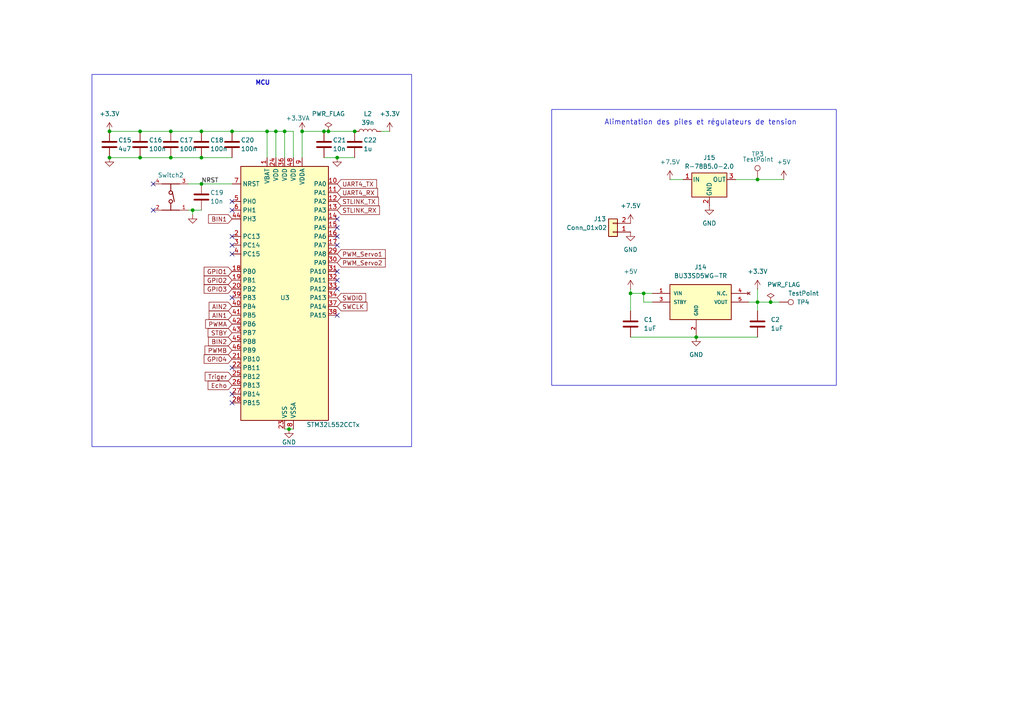
<source format=kicad_sch>
(kicad_sch (version 20231120) (generator "eeschema") (generator_version "8.0")
  (paper "A4")
  (lib_symbols
    (symbol "BU33SD5WG-TR:BU33SD5WG-TR" (pin_names (offset 1.016))
      (property "Reference" "PS1" (at 13.97 7.62 0))
      (property "Value" "BU33SD5WG-TR" (at 13.97 5.08 0))
      (symbol "BU33SD5WG-TR_0_0"
        (rectangle (start 5.08 -7.62) (end 22.86 2.54) (stroke (width 0.254)) (fill (type background)))
        (pin bidirectional line (at 0 0 0) (length 5.08) (name "VIN") (number "1"))
        (pin bidirectional line (at 12.7 -12.7 90) (length 5.08) (name "GND") (number "2"))
        (pin bidirectional line (at 0 -2.54 0) (length 5.08) (name "STBY") (number "3"))
        (pin no_connect line (at 27.94 0 180) (length 5.08) (name "N.C.") (number "4"))
        (pin bidirectional line (at 27.94 -2.54 180) (length 5.08) (name "VOUT") (number "5"))
      )
    )
    (symbol "Connector:TestPoint" (pin_numbers hide) (pin_names (offset 0.762) hide)
      (property "Reference" "TP" (at 0 6.858 0))
      (property "Value" "TestPoint" (at 0 5.08 0))
      (symbol "TestPoint_0_1"
        (circle (center 0 3.302) (radius 0.762))
      )
      (symbol "TestPoint_1_1"
        (pin passive line (at 0 0 90) (length 2.54) (name "1") (number "1"))
      )
    )
    (symbol "Connector_Generic:Conn_01x02" (pin_names (offset 1.016) hide)
      (property "Reference" "J" (at 0 2.54 0))
      (property "Value" "Conn_01x02" (at 0 -5.08 0))
      (symbol "Conn_01x02_1_1"
        (rectangle (start -1.27 -2.413) (end 0 -2.667) (stroke (width 0.1524)))
        (rectangle (start -1.27 0.127) (end 0 -0.127) (stroke (width 0.1524)))
        (rectangle (start -1.27 1.27) (end 1.27 -3.81) (stroke (width 0.254)) (fill (type background)))
        (pin passive line (at -5.08 0 0) (length 3.81) (name "Pin_1") (number "1"))
        (pin passive line (at -5.08 -2.54 0) (length 3.81) (name "Pin_2") (number "2"))
      )
    )
    (symbol "Device:C" (pin_numbers hide) (pin_names (offset 0.254))
      (property "Reference" "C" (at 0.635 2.54 0))
      (property "Value" "C" (at 0.635 -2.54 0))
      (symbol "C_0_1"
        (polyline (pts (xy -2.032 -0.762) (xy 2.032 -0.762)) (stroke (width 0.508)))
        (polyline (pts (xy -2.032 0.762) (xy 2.032 0.762)) (stroke (width 0.508)))
      )
      (symbol "C_1_1"
        (pin passive line (at 0 3.81 270) (length 2.794) (name "~") (number "1"))
        (pin passive line (at 0 -3.81 90) (length 2.794) (name "~") (number "2"))
      )
    )
    (symbol "Device:L" (pin_numbers hide) (pin_names (offset 1.016) hide)
      (property "Reference" "L" (at -1.27 0 90))
      (property "Value" "L" (at 1.905 0 90))
      (symbol "L_0_1"
        (arc (start 0 -2.54) (mid 0.6323 -1.905) (end 0 -1.27))
        (arc (start 0 -1.27) (mid 0.6323 -0.635) (end 0 0))
        (arc (start 0 0) (mid 0.6323 0.635) (end 0 1.27))
        (arc (start 0 1.27) (mid 0.6323 1.905) (end 0 2.54))
      )
      (symbol "L_1_1"
        (pin passive line (at 0 3.81 270) (length 1.27) (name "1") (number "1"))
        (pin passive line (at 0 -3.81 90) (length 1.27) (name "2") (number "2"))
      )
    )
    (symbol "GND_3" (power) (pin_numbers hide) (pin_names (offset 0) hide)
      (property "Value" "GND" (at 0 -3.81 0))
      (symbol "GND_3_0_1"
        (polyline (pts (xy 0 0) (xy 0 -1.27) (xy 1.27 -1.27) (xy 0 -2.54) (xy -1.27 -1.27) (xy 0 -1.27)))
      )
      (symbol "GND_3_1_1"
        (pin power_in line (at 0 0 270) (length 0) (name "~") (number "1"))
      )
    )
    (symbol "MCU_ST_STM32L5:STM32L552CCTx"
      (property "Reference" "U" (at -12.7 39.37 0))
      (property "Value" "STM32L552CCTx" (at 7.62 39.37 0))
      (symbol "STM32L552CCTx_0_1"
        (rectangle (start -12.7 -35.56) (end 12.7 38.1) (stroke (width 0.254)) (fill (type background)))
      )
      (symbol "STM32L552CCTx_1_1"
        (pin power_in line (at -5.08 40.64 270) (length 2.54) (name "VBAT") (number "1"))
        (pin bidirectional line (at 15.24 33.02 180) (length 2.54) (name "PA0") (number "10"))
        (pin bidirectional line (at 15.24 30.48 180) (length 2.54) (name "PA1") (number "11"))
        (pin bidirectional line (at 15.24 27.94 180) (length 2.54) (name "PA2") (number "12"))
        (pin bidirectional line (at 15.24 25.4 180) (length 2.54) (name "PA3") (number "13"))
        (pin bidirectional line (at 15.24 22.86 180) (length 2.54) (name "PA4") (number "14"))
        (pin bidirectional line (at 15.24 20.32 180) (length 2.54) (name "PA5") (number "15"))
        (pin bidirectional line (at 15.24 17.78 180) (length 2.54) (name "PA6") (number "16"))
        (pin bidirectional line (at 15.24 15.24 180) (length 2.54) (name "PA7") (number "17"))
        (pin bidirectional line (at -15.24 7.62 0) (length 2.54) (name "PB0") (number "18"))
        (pin bidirectional line (at -15.24 5.08 0) (length 2.54) (name "PB1") (number "19"))
        (pin bidirectional line (at -15.24 17.78 0) (length 2.54) (name "PC13") (number "2"))
        (pin bidirectional line (at -15.24 2.54 0) (length 2.54) (name "PB2") (number "20"))
        (pin bidirectional line (at -15.24 -17.78 0) (length 2.54) (name "PB10") (number "21"))
        (pin bidirectional line (at -15.24 -20.32 0) (length 2.54) (name "PB11") (number "22"))
        (pin power_in line (at 0 -38.1 90) (length 2.54) (name "VSS") (number "23"))
        (pin power_in line (at -2.54 40.64 270) (length 2.54) (name "VDD") (number "24"))
        (pin bidirectional line (at -15.24 -22.86 0) (length 2.54) (name "PB12") (number "25"))
        (pin bidirectional line (at -15.24 -25.4 0) (length 2.54) (name "PB13") (number "26"))
        (pin bidirectional line (at -15.24 -27.94 0) (length 2.54) (name "PB14") (number "27"))
        (pin bidirectional line (at -15.24 -30.48 0) (length 2.54) (name "PB15") (number "28"))
        (pin bidirectional line (at 15.24 12.7 180) (length 2.54) (name "PA8") (number "29"))
        (pin bidirectional line (at -15.24 15.24 0) (length 2.54) (name "PC14") (number "3"))
        (pin bidirectional line (at 15.24 10.16 180) (length 2.54) (name "PA9") (number "30"))
        (pin bidirectional line (at 15.24 7.62 180) (length 2.54) (name "PA10") (number "31"))
        (pin bidirectional line (at 15.24 5.08 180) (length 2.54) (name "PA11") (number "32"))
        (pin bidirectional line (at 15.24 2.54 180) (length 2.54) (name "PA12") (number "33"))
        (pin bidirectional line (at 15.24 0 180) (length 2.54) (name "PA13") (number "34"))
        (pin passive line (at 0 -38.1 90) (length 2.54) hide (name "VSS") (number "35"))
        (pin power_in line (at 0 40.64 270) (length 2.54) (name "VDD") (number "36"))
        (pin bidirectional line (at 15.24 -2.54 180) (length 2.54) (name "PA14") (number "37"))
        (pin bidirectional line (at 15.24 -5.08 180) (length 2.54) (name "PA15") (number "38"))
        (pin bidirectional line (at -15.24 0 0) (length 2.54) (name "PB3") (number "39"))
        (pin bidirectional line (at -15.24 12.7 0) (length 2.54) (name "PC15") (number "4"))
        (pin bidirectional line (at -15.24 -2.54 0) (length 2.54) (name "PB4") (number "40"))
        (pin bidirectional line (at -15.24 -5.08 0) (length 2.54) (name "PB5") (number "41"))
        (pin bidirectional line (at -15.24 -7.62 0) (length 2.54) (name "PB6") (number "42"))
        (pin bidirectional line (at -15.24 -10.16 0) (length 2.54) (name "PB7") (number "43"))
        (pin bidirectional line (at -15.24 22.86 0) (length 2.54) (name "PH3") (number "44"))
        (pin bidirectional line (at -15.24 -12.7 0) (length 2.54) (name "PB8") (number "45"))
        (pin bidirectional line (at -15.24 -15.24 0) (length 2.54) (name "PB9") (number "46"))
        (pin passive line (at 0 -38.1 90) (length 2.54) hide (name "VSS") (number "47"))
        (pin power_in line (at 2.54 40.64 270) (length 2.54) (name "VDD") (number "48"))
        (pin bidirectional line (at -15.24 27.94 0) (length 2.54) (name "PH0") (number "5"))
        (pin bidirectional line (at -15.24 25.4 0) (length 2.54) (name "PH1") (number "6"))
        (pin input line (at -15.24 33.02 0) (length 2.54) (name "NRST") (number "7"))
        (pin power_in line (at 2.54 -38.1 90) (length 2.54) (name "VSSA") (number "8"))
        (pin power_in line (at 5.08 40.64 270) (length 2.54) (name "VDDA") (number "9"))
      )
    )
    (symbol "Regulator_Switching:R-78B5.0-2.0" (pin_names (offset 0.254))
      (property "Reference" "U" (at -3.81 3.175 0))
      (property "Value" "R-78B5.0-2.0" (at 0 3.175 0))
      (symbol "R-78B5.0-2.0_0_1"
        (rectangle (start -5.08 1.905) (end 5.08 -5.08) (stroke (width 0.254)) (fill (type background)))
      )
      (symbol "R-78B5.0-2.0_1_1"
        (pin power_in line (at -7.62 0 0) (length 2.54) (name "IN") (number "1"))
        (pin power_in line (at 0 -7.62 90) (length 2.54) (name "GND") (number "2"))
        (pin power_out line (at 7.62 0 180) (length 2.54) (name "OUT") (number "3"))
      )
    )
    (symbol "boutonSMD_wurth430471025826:430471025826" (pin_names (offset 1.016))
      (property "Reference" "S" (at 0 5.842 0))
      (symbol "430471025826_0_0"
        (polyline (pts (xy -2.54 -2.54) (xy 0 -2.54)) (stroke (width 0.254)))
        (polyline (pts (xy -2.54 5.08) (xy 0 5.08)) (stroke (width 0.254)))
        (polyline (pts (xy -0.47 -0.2) (xy -1.04 2.61)) (stroke (width 0.254)))
        (polyline (pts (xy 0 -2.54) (xy 2.54 -2.54)) (stroke (width 0.254)))
        (polyline (pts (xy 0 -0.535) (xy 0 -2.54)) (stroke (width 0.254)))
        (polyline (pts (xy 0 3.075) (xy 0 5.08)) (stroke (width 0.254)))
        (polyline (pts (xy 0 5.08) (xy 2.54 5.08)) (stroke (width 0.254)))
        (circle (center 0 0) (radius 0.508) (stroke (width 0.254)))
        (circle (center 0 2.54) (radius 0.508) (stroke (width 0.254)))
        (pin passive line (at -5.08 5.08 0) (length 2.54) (name "~") (number "1"))
        (pin passive line (at 5.08 5.08 180) (length 2.54) (name "~") (number "2"))
        (pin passive line (at -5.08 -2.54 0) (length 2.54) (name "~") (number "3"))
        (pin passive line (at 5.08 -2.54 180) (length 2.54) (name "~") (number "4"))
      )
    )
    (symbol "power:+3.3V" (power) (pin_numbers hide) (pin_names (offset 0) hide)
      (property "Value" "+3.3V" (at 0 3.556 0))
      (symbol "+3.3V_0_1"
        (polyline (pts (xy -0.762 1.27) (xy 0 2.54)))
        (polyline (pts (xy 0 0) (xy 0 2.54)))
        (polyline (pts (xy 0 2.54) (xy 0.762 1.27)))
      )
      (symbol "+3.3V_1_1"
        (pin power_in line (at 0 0 90) (length 0) (name "~") (number "1"))
      )
    )
    (symbol "power:+3.3VA" (power) (pin_numbers hide) (pin_names (offset 0) hide)
      (property "Value" "+3.3VA" (at 0 3.556 0))
      (symbol "+3.3VA_0_1"
        (polyline (pts (xy -0.762 1.27) (xy 0 2.54)))
        (polyline (pts (xy 0 0) (xy 0 2.54)))
        (polyline (pts (xy 0 2.54) (xy 0.762 1.27)))
      )
      (symbol "+3.3VA_1_1"
        (pin power_in line (at 0 0 90) (length 0) (name "~") (number "1"))
      )
    )
    (symbol "power:+5V" (power) (pin_numbers hide) (pin_names (offset 0) hide)
      (property "Value" "+5V" (at 0 3.556 0))
      (symbol "+5V_0_1"
        (polyline (pts (xy -0.762 1.27) (xy 0 2.54)))
        (polyline (pts (xy 0 0) (xy 0 2.54)))
        (polyline (pts (xy 0 2.54) (xy 0.762 1.27)))
      )
      (symbol "+5V_1_1"
        (pin power_in line (at 0 0 90) (length 0) (name "~") (number "1"))
      )
    )
    (symbol "power:+7.5V" (power) (pin_numbers hide) (pin_names (offset 0) hide)
      (property "Value" "+7.5V" (at 0 3.556 0))
      (symbol "+7.5V_0_1"
        (polyline (pts (xy -0.762 1.27) (xy 0 2.54)))
        (polyline (pts (xy 0 0) (xy 0 2.54)))
        (polyline (pts (xy 0 2.54) (xy 0.762 1.27)))
      )
      (symbol "+7.5V_1_1"
        (pin power_in line (at 0 0 90) (length 0) (name "~") (number "1"))
      )
    )
    (symbol "power:GND" (power) (pin_numbers hide) (pin_names (offset 0) hide)
      (property "Value" "GND" (at 0 -3.81 0))
      (symbol "GND_0_1"
        (polyline (pts (xy 0 0) (xy 0 -1.27) (xy 1.27 -1.27) (xy 0 -2.54) (xy -1.27 -1.27) (xy 0 -1.27)))
      )
      (symbol "GND_1_1"
        (pin power_in line (at 0 0 270) (length 0) (name "~") (number "1"))
      )
    )
    (symbol "power:PWR_FLAG" (power) (pin_numbers hide) (pin_names (offset 0) hide)
      (property "Value" "PWR_FLAG" (at 0 3.81 0))
      (symbol "PWR_FLAG_0_0"
        (pin power_out line (at 0 0 90) (length 0) (name "~") (number "1"))
      )
      (symbol "PWR_FLAG_0_1"
        (polyline (pts (xy 0 0) (xy 0 1.27) (xy -1.016 1.905) (xy 0 2.54) (xy 1.016 1.905) (xy 0 1.27)))
      )
    )
  )
  (junction (at 80.01 38.1))
  (junction (at 77.47 38.1))
  (junction (at 93.98 38.1))
  (junction (at 223.52 87.63))
  (junction (at 40.64 45.72))
  (junction (at 58.42 53.34))
  (junction (at 58.42 38.1))
  (junction (at 219.71 87.63))
  (junction (at 40.64 38.1))
  (junction (at 55.88 60.96))
  (junction (at 82.55 38.1))
  (junction (at 102.87 38.1))
  (junction (at 67.31 38.1))
  (junction (at 97.79 45.72))
  (junction (at 87.63 38.1))
  (junction (at 49.53 38.1))
  (junction (at 31.75 45.72))
  (junction (at 201.93 97.79))
  (junction (at 95.25 38.1))
  (junction (at 49.53 45.72))
  (junction (at 31.75 38.1))
  (junction (at 58.42 45.72))
  (junction (at 182.88 85.09))
  (junction (at 83.82 124.46))
  (junction (at 219.71 52.07))
  (junction (at 186.69 85.09))
  (no_connect (at 44.45 53.34))
  (no_connect (at 67.31 60.96))
  (no_connect (at 97.79 81.28))
  (no_connect (at 97.79 83.82))
  (no_connect (at 67.31 114.3))
  (no_connect (at 67.31 73.66))
  (no_connect (at 67.31 58.42))
  (no_connect (at 97.79 63.5))
  (no_connect (at 67.31 86.36))
  (no_connect (at 67.31 106.68))
  (no_connect (at 97.79 78.74))
  (no_connect (at 97.79 68.58))
  (no_connect (at 67.31 71.12))
  (no_connect (at 97.79 66.04))
  (no_connect (at 44.45 60.96))
  (no_connect (at 97.79 91.44))
  (no_connect (at 67.31 116.84))
  (no_connect (at 67.31 68.58))
  (no_connect (at 97.79 71.12))
  (wire (pts (xy 31.75 38.1) (xy 40.64 38.1)))
  (wire (pts (xy 182.88 85.09) (xy 186.69 85.09)))
  (wire (pts (xy 87.63 38.1) (xy 93.98 38.1)))
  (wire (pts (xy 40.64 38.1) (xy 49.53 38.1)))
  (wire (pts (xy 55.88 62.23) (xy 55.88 60.96)))
  (wire (pts (xy 31.75 45.72) (xy 40.64 45.72)))
  (wire (pts (xy 219.71 87.63) (xy 219.71 90.17)))
  (wire (pts (xy 213.36 52.07) (xy 219.71 52.07)))
  (wire (pts (xy 97.79 45.72) (xy 102.87 45.72)))
  (wire (pts (xy 217.17 87.63) (xy 219.71 87.63)))
  (wire (pts (xy 182.88 83.82) (xy 182.88 85.09)))
  (wire (pts (xy 82.55 38.1) (xy 82.55 45.72)))
  (wire (pts (xy 67.31 38.1) (xy 77.47 38.1)))
  (wire (pts (xy 223.52 87.63) (xy 219.71 87.63)))
  (wire (pts (xy 54.61 53.34) (xy 58.42 53.34)))
  (wire (pts (xy 58.42 38.1) (xy 67.31 38.1)))
  (wire (pts (xy 49.53 45.72) (xy 58.42 45.72)))
  (wire (pts (xy 182.88 85.09) (xy 182.88 90.17)))
  (wire (pts (xy 87.63 38.1) (xy 87.63 45.72)))
  (wire (pts (xy 77.47 38.1) (xy 80.01 38.1)))
  (wire (pts (xy 227.33 52.07) (xy 219.71 52.07)))
  (wire (pts (xy 201.93 97.79) (xy 219.71 97.79)))
  (wire (pts (xy 85.09 38.1) (xy 85.09 45.72)))
  (wire (pts (xy 219.71 83.82) (xy 219.71 87.63)))
  (wire (pts (xy 77.47 38.1) (xy 77.47 45.72)))
  (wire (pts (xy 80.01 38.1) (xy 80.01 45.72)))
  (wire (pts (xy 82.55 38.1) (xy 85.09 38.1)))
  (wire (pts (xy 110.49 38.1) (xy 113.03 38.1)))
  (wire (pts (xy 83.82 124.46) (xy 85.09 124.46)))
  (wire (pts (xy 82.55 38.1) (xy 80.01 38.1)))
  (wire (pts (xy 194.31 52.07) (xy 198.12 52.07)))
  (wire (pts (xy 186.69 87.63) (xy 189.23 87.63)))
  (wire (pts (xy 93.98 45.72) (xy 97.79 45.72)))
  (wire (pts (xy 67.31 53.34) (xy 58.42 53.34)))
  (wire (pts (xy 58.42 60.96) (xy 55.88 60.96)))
  (wire (pts (xy 186.69 85.09) (xy 186.69 87.63)))
  (wire (pts (xy 55.88 60.96) (xy 54.61 60.96)))
  (wire (pts (xy 49.53 38.1) (xy 58.42 38.1)))
  (wire (pts (xy 186.69 85.09) (xy 189.23 85.09)))
  (wire (pts (xy 40.64 45.72) (xy 49.53 45.72)))
  (wire (pts (xy 82.55 124.46) (xy 83.82 124.46)))
  (wire (pts (xy 182.88 97.79) (xy 201.93 97.79)))
  (wire (pts (xy 58.42 45.72) (xy 67.31 45.72)))
  (wire (pts (xy 95.25 38.1) (xy 102.87 38.1)))
  (wire (pts (xy 226.06 87.63) (xy 223.52 87.63)))
  (wire (pts (xy 93.98 38.1) (xy 95.25 38.1)))
  (rectangle (start 160.02 31.75) (end 242.57 111.76))
  (rectangle (start 26.67 21.59) (end 119.38 129.54))
  (text "MCU\n" (at 76.2 24.13 0) (effects (font (size 1.27 1.27) (thickness 0.254) (bold yes))))
  (text "Alimentation des piles et régulateurs de tension" (at 203.2 35.56 0) (effects (font (size 1.5 1.5))))
  (label "NRST" (at 58.42 53.34 0) (effects (font (thickness 0.1588))))
  (global_label "UART4_TX" (shape input) (at 97.79 53.34 0) (property "Intersheetrefs" "${INTERSHEET_REFS}" (effects (hide yes))))
  (global_label "PWM_Servo2" (shape input) (at 97.79 76.2 0) (property "Intersheetrefs" "${INTERSHEET_REFS}" (effects (hide yes))))
  (global_label "GPIO1" (shape input) (at 67.31 78.74 180) (effects (font (thickness 0.1588))) (property "Intersheetrefs" "${INTERSHEET_REFS}" (effects (hide yes))))
  (global_label "Echo" (shape input) (at 67.31 111.76 180) (property "Intersheetrefs" "${INTERSHEET_REFS}" (effects (hide yes))))
  (global_label "PWMB" (shape input) (at 67.31 101.6 180) (property "Intersheetrefs" "${INTERSHEET_REFS}" (effects (hide yes))))
  (global_label "STBY" (shape input) (at 67.31 96.52 180) (property "Intersheetrefs" "${INTERSHEET_REFS}" (effects (hide yes))))
  (global_label "PWMA" (shape input) (at 67.31 93.98 180) (property "Intersheetrefs" "${INTERSHEET_REFS}" (effects (hide yes))))
  (global_label "PWM_Servo1" (shape input) (at 97.79 73.66 0) (property "Intersheetrefs" "${INTERSHEET_REFS}" (effects (hide yes))))
  (global_label "GPIO3" (shape input) (at 67.31 83.82 180) (effects (font (thickness 0.1588))) (property "Intersheetrefs" "${INTERSHEET_REFS}" (effects (hide yes))))
  (global_label "BIN1" (shape input) (at 67.31 63.5 180) (property "Intersheetrefs" "${INTERSHEET_REFS}" (effects (hide yes))))
  (global_label "AIN1" (shape input) (at 67.31 91.44 180) (property "Intersheetrefs" "${INTERSHEET_REFS}" (effects (hide yes))))
  (global_label "STLINK_TX" (shape input) (at 97.79 58.42 0) (property "Intersheetrefs" "${INTERSHEET_REFS}" (effects (hide yes))))
  (global_label "BIN2" (shape input) (at 67.31 99.06 180) (property "Intersheetrefs" "${INTERSHEET_REFS}" (effects (hide yes))))
  (global_label "UART4_RX" (shape input) (at 97.79 55.88 0) (property "Intersheetrefs" "${INTERSHEET_REFS}" (effects (hide yes))))
  (global_label "STLINK_RX" (shape input) (at 97.79 60.96 0) (property "Intersheetrefs" "${INTERSHEET_REFS}" (effects (hide yes))))
  (global_label "Triger" (shape input) (at 67.31 109.22 180) (property "Intersheetrefs" "${INTERSHEET_REFS}" (effects (hide yes))))
  (global_label "SWCLK" (shape input) (at 97.79 88.9 0) (property "Intersheetrefs" "${INTERSHEET_REFS}" (effects (hide yes))))
  (global_label "SWDIO" (shape input) (at 97.79 86.36 0) (property "Intersheetrefs" "${INTERSHEET_REFS}" (effects (hide yes))))
  (global_label "GPIO4" (shape input) (at 67.31 104.14 180) (effects (font (thickness 0.1588))) (property "Intersheetrefs" "${INTERSHEET_REFS}" (effects (hide yes))))
  (global_label "GPIO2" (shape input) (at 67.31 81.28 180) (effects (font (thickness 0.1588))) (property "Intersheetrefs" "${INTERSHEET_REFS}" (effects (hide yes))))
  (global_label "AIN2" (shape input) (at 67.31 88.9 180) (property "Intersheetrefs" "${INTERSHEET_REFS}" (effects (hide yes))))
  (symbol (lib_id "Device:C") (at 182.88 93.98 0) (unit 1)
    (property "Reference" "C1" (at 186.69 92.7099 0) (effects (justify left)))
    (property "Value" "1uF" (at 186.69 95.2499 0) (effects (justify left)))
    (property "Footprint" "Capacitor_SMD:C_0603_1608Metric_Pad1.08x0.95mm_HandSolder" (effects (hide yes)))
    (property "Description" "Unpolarized capacitor" (effects (hide yes)))
  )
  (symbol (lib_id "power:+3.3V") (at 219.71 83.82 0) (unit 1)
    (property "Reference" "#PWR07" (effects (hide yes)))
    (property "Value" "+3.3V" (at 219.71 78.74 0))
    (property "Description" "Power symbol creates a global label with name \"+3.3V\"" (effects (hide yes)))
  )
  (symbol (lib_id "power:PWR_FLAG") (at 223.52 87.63 0) (unit 1)
    (property "Reference" "#FLG01" (effects (hide yes)))
    (property "Value" "PWR_FLAG" (at 227.33 82.55 0))
    (property "Description" "Special symbol for telling ERC where power comes from" (effects (hide yes)))
  )
  (symbol (lib_id "Device:C") (at 102.87 41.91 0) (unit 1)
    (property "Reference" "C22" (at 105.41 40.64 0) (effects (justify left)))
    (property "Value" "1u" (at 105.41 43.18 0) (effects (justify left)))
    (property "Footprint" "Capacitor_SMD:C_0402_1005Metric" (effects (hide yes)))
    (property "Description" "Unpolarized capacitor" (effects (hide yes)))
  )
  (symbol (lib_id "Device:C") (at 58.42 57.15 0) (unit 1)
    (property "Reference" "C19" (at 60.96 55.88 0) (effects (justify left)))
    (property "Value" "10n" (at 60.96 58.42 0) (effects (justify left)))
    (property "Footprint" "Capacitor_SMD:C_0402_1005Metric" (effects (hide yes)))
    (property "Description" "Unpolarized capacitor" (effects (hide yes)))
  )
  (symbol (lib_id "Device:C") (at 40.64 41.91 0) (unit 1)
    (property "Reference" "C16" (at 43.18 40.64 0) (effects (justify left)))
    (property "Value" "100n" (at 43.18 43.18 0) (effects (justify left)))
    (property "Footprint" "Capacitor_SMD:C_0402_1005Metric" (effects (hide yes)))
    (property "Description" "Unpolarized capacitor" (effects (hide yes)))
  )
  (symbol (lib_id "power:+7.5V") (at 182.88 64.77 0) (unit 1)
    (property "Reference" "#PWR01" (effects (hide yes)))
    (property "Value" "+7.5V" (at 182.88 59.69 0))
    (property "Description" "Power symbol creates a global label with name \"+7.5V\"" (effects (hide yes)))
  )
  (symbol (lib_id "MCU_ST_STM32L5:STM32L552CCTx") (at 82.55 86.36 0) (unit 1)
    (property "Reference" "U3" (at 81.28 86.36 0) (effects (justify left)))
    (property "Value" "STM32L552CCTx" (at 88.9 123.19 0) (effects (justify left)))
    (property "Footprint" "Package_QFP:LQFP-48_7x7mm_P0.5mm" (effects (hide yes)))
    (property "Datasheet" "https://www.st.com/resource/en/datasheet/stm32l552cc.pdf" (effects (hide yes)))
    (property "Description" "STMicroelectronics Arm Cortex-M33 MCU, 256KB flash, 256KB RAM, 110 MHz, 1.71-3.6V, 38 GPIO, LQFP48" (effects (hide yes)))
  )
  (symbol (lib_id "Device:C") (at 58.42 41.91 0) (unit 1)
    (property "Reference" "C18" (at 60.96 40.64 0) (effects (justify left)))
    (property "Value" "100n" (at 60.96 43.18 0) (effects (justify left)))
    (property "Footprint" "Capacitor_SMD:C_0402_1005Metric" (effects (hide yes)))
    (property "Description" "Unpolarized capacitor" (effects (hide yes)))
  )
  (symbol (lib_id "Device:C") (at 49.53 41.91 0) (unit 1)
    (property "Reference" "C17" (at 52.07 40.64 0) (effects (justify left)))
    (property "Value" "100n" (at 52.07 43.18 0) (effects (justify left)))
    (property "Footprint" "Capacitor_SMD:C_0402_1005Metric" (effects (hide yes)))
    (property "Description" "Unpolarized capacitor" (effects (hide yes)))
  )
  (symbol (lib_id "power:+3.3V") (at 31.75 38.1 0) (unit 1)
    (property "Reference" "#PWR036" (effects (hide yes)))
    (property "Value" "+3.3V" (at 31.75 33.02 0))
    (property "Description" "Power symbol creates a global label with name \"+3.3V\"" (effects (hide yes)))
  )
  (symbol (lib_id "power:GND") (at 182.88 67.31 0) (unit 1)
    (property "Reference" "#PWR02" (effects (hide yes)))
    (property "Value" "GND" (at 182.88 72.39 0))
    (property "Description" "Power symbol creates a global label with name \"GND\" , ground" (effects (hide yes)))
  )
  (symbol (lib_id "Device:L") (at 106.68 38.1 90) (unit 1)
    (property "Reference" "L2" (at 106.68 33.02 90))
    (property "Value" "39n" (at 106.68 35.56 90))
    (property "Footprint" "Inductor_SMD:L_0603_1608Metric" (effects (hide yes)))
    (property "Description" "Inductor" (effects (hide yes)))
  )
  (symbol (lib_id "BU33SD5WG-TR:BU33SD5WG-TR") (at 189.23 85.09 0) (unit 1)
    (property "Reference" "J14" (at 203.2 77.47 0))
    (property "Value" "BU33SD5WG-TR" (at 203.2 80.01 0))
    (property "Footprint" "BU33SD5WG-TR:SOT95P280X125-5N" (effects (hide yes)))
    (property "Manufacturer_Name" "ROHM Semiconductor" (effects (hide yes)))
    (property "MF" "Rohm" (effects (hide yes)))
    (property "Mouser_Price-Stock" "https://www.mouser.co.uk/ProductDetail/ROHM-Semiconductor/BU33SD5WG-TR?qs=%2FKR40Cd6GUrQDzRkUEt69Q%3D%3D" (effects (hide yes)))
    (property "Description_1" "\n                        \n                            Linear Voltage Regulator IC Positive Fixed 1 Output  500mA 5-SSOP\n                        \n" (effects (hide yes)))
    (property "Mouser_Part_Number" "755-BU33SD5WG-TR" (effects (hide yes)))
    (property "Price" "None" (effects (hide yes)))
    (property "Package" "SSOP-5 Rohm" (effects (hide yes)))
    (property "Check_prices" "https://www.snapeda.com/parts/BU33SD5WG-TR/Rohm/view-part/?ref=eda" (effects (hide yes)))
    (property "Height" "1.25mm" (effects (hide yes)))
    (property "MP" "BU33SD5WG-TR" (effects (hide yes)))
    (property "SnapEDA_Link" "https://www.snapeda.com/parts/BU33SD5WG-TR/Rohm/view-part/?ref=snap" (effects (hide yes)))
    (property "Availability" "In Stock" (effects (hide yes)))
    (property "Manufacturer_Part_Number" "BU33SD5WG-TR" (effects (hide yes)))
  )
  (symbol (lib_id "Connector_Generic:Conn_01x02") (at 177.8 67.31 180) (unit 1)
    (property "Reference" "J13" (at 173.99 63.5 0))
    (property "Value" "Conn_01x02" (at 170.18 66.04 0))
    (property "Footprint" "Connector_JST:JST_XH_B2B-XH-A_1x02_P2.50mm_Vertical" (effects (hide yes)))
    (property "Description" "Generic connector, single row, 01x02, script generated (kicad-library-utils/schlib/autogen/connector/)" (effects (hide yes)))
  )
  (symbol (lib_id "Regulator_Switching:R-78B5.0-2.0") (at 205.74 52.07 0) (unit 1)
    (property "Reference" "J15" (at 205.74 45.72 0))
    (property "Value" "R-78B5.0-2.0" (at 205.74 48.26 0))
    (property "Footprint" "Converter_DCDC:Converter_DCDC_RECOM_R-78B-2.0_THT" (effects (hide yes)))
    (property "Datasheet" "https://www.recom-power.com/pdf/Innoline/R-78Bxx-2.0.pdf" (effects (hide yes)))
    (property "Description" "2A Step-Down DC/DC-Regulator, 6.5-32V input, 5.0V fixed Output Voltage, LM78xx replacement, -40°C to +85°C, SIP3" (effects (hide yes)))
  )
  (symbol (lib_id "power:GND") (at 97.79 45.72 0) (unit 1)
    (property "Reference" "#PWR041" (effects (hide yes)))
    (property "Value" "GND" (effects (hide yes)))
    (property "Description" "Power symbol creates a global label with name \"GND\" , ground" (effects (hide yes)))
  )
  (symbol (lib_id "power:GND") (at 201.93 97.79 0) (unit 1)
    (property "Reference" "#PWR05" (effects (hide yes)))
    (property "Value" "GND" (at 201.93 102.87 0))
    (property "Description" "Power symbol creates a global label with name \"GND\" , ground" (effects (hide yes)))
  )
  (symbol (lib_id "power:+5V") (at 182.88 83.82 0) (unit 1)
    (property "Reference" "#PWR03" (effects (hide yes)))
    (property "Value" "+5V" (at 182.88 78.74 0))
    (property "Description" "Power symbol creates a global label with name \"+5V\"" (effects (hide yes)))
  )
  (symbol (lib_id "Device:C") (at 31.75 41.91 0) (unit 1)
    (property "Reference" "C15" (at 34.29 40.64 0) (effects (justify left)))
    (property "Value" "4u7" (at 34.29 43.18 0) (effects (justify left)))
    (property "Footprint" "Capacitor_SMD:C_0805_2012Metric" (effects (hide yes)))
    (property "Description" "Unpolarized capacitor" (effects (hide yes)))
  )
  (symbol (lib_id "Device:C") (at 219.71 93.98 0) (unit 1)
    (property "Reference" "C2" (at 223.52 92.7099 0) (effects (justify left)))
    (property "Value" "1uF" (at 223.52 95.2499 0) (effects (justify left)))
    (property "Footprint" "Capacitor_SMD:C_0603_1608Metric_Pad1.08x0.95mm_HandSolder" (effects (hide yes)))
    (property "Description" "Unpolarized capacitor" (effects (hide yes)))
  )
  (symbol (lib_id "Connector:TestPoint") (at 219.71 52.07 0) (unit 1)
    (property "Reference" "TP3" (at 217.932 44.704 0) (effects (justify left)))
    (property "Value" "TestPoint" (at 215.392 46.228 0) (effects (justify left)))
    (property "Footprint" "TestPoint:TestPoint_Pad_D2.0mm" (effects (hide yes)))
    (property "Description" "test point" (effects (hide yes)))
  )
  (symbol (lib_id "power:PWR_FLAG") (at 95.25 38.1 0) (unit 1)
    (property "Reference" "#FLG05" (effects (hide yes)))
    (property "Value" "PWR_FLAG" (at 95.25 33.02 0))
    (property "Description" "Special symbol for telling ERC where power comes from" (effects (hide yes)))
  )
  (symbol (lib_name "GND_3") (lib_id "power:GND") (at 205.74 59.69 0) (unit 1)
    (property "Reference" "#PWR06" (effects (hide yes)))
    (property "Value" "GND" (at 205.74 64.77 0))
    (property "Description" "Power symbol creates a global label with name \"GND\" , ground" (effects (hide yes)))
  )
  (symbol (lib_id "Connector:TestPoint") (at 226.06 87.63 270) (unit 1)
    (property "Reference" "TP4" (at 231.14 87.63 90) (effects (justify left)))
    (property "Value" "TestPoint" (at 228.6 85.09 90) (effects (justify left)))
    (property "Footprint" "TestPoint:TestPoint_Pad_D2.0mm" (effects (hide yes)))
    (property "Description" "test point" (effects (hide yes)))
  )
  (symbol (lib_id "power:+3.3VA") (at 87.63 38.1 0) (unit 1)
    (property "Reference" "#PWR040" (effects (hide yes)))
    (property "Value" "+3.3VA" (at 86.36 34.29 0))
    (property "Description" "Power symbol creates a global label with name \"+3.3VA\"" (effects (hide yes)))
  )
  (symbol (lib_id "power:GND") (at 83.82 124.46 0) (unit 1)
    (property "Reference" "#PWR039" (effects (hide yes)))
    (property "Value" "GND" (at 83.82 128.27 0))
    (property "Description" "Power symbol creates a global label with name \"GND\" , ground" (effects (hide yes)))
  )
  (symbol (lib_id "power:+3.3V") (at 227.33 52.07 0) (unit 1)
    (property "Reference" "#PWR043" (effects (hide yes)))
    (property "Value" "+5V" (at 227.33 46.99 0))
    (property "Description" "Power symbol creates a global label with name \"+3.3V\"" (effects (hide yes)))
  )
  (symbol (lib_id "Device:C") (at 93.98 41.91 0) (unit 1)
    (property "Reference" "C21" (at 96.52 40.64 0) (effects (justify left)))
    (property "Value" "10n" (at 96.52 43.18 0) (effects (justify left)))
    (property "Footprint" "Capacitor_SMD:C_0402_1005Metric" (effects (hide yes)))
    (property "Description" "Unpolarized capacitor" (effects (hide yes)))
  )
  (symbol (lib_id "boutonSMD_wurth430471025826:430471025826") (at 49.53 55.88 180) (unit 1)
    (property "Reference" "Switch2" (at 49.53 50.8 0))
    (property "Value" "430471025826" (effects (hide yes)))
    (property "Footprint" "boutonSMD_wurth430471025826:430471025826" (effects (hide yes)))
    (property "MF" "Würth Elektronik" (effects (hide yes)))
    (property "Description_1" "\n                        \n                            Tactile Switch SPST-NO Top Actuated Surface Mount\n                        \n" (effects (hide yes)))
    (property "Package" "None" (effects (hide yes)))
    (property "Price" "None" (effects (hide yes)))
    (property "VALUE" "430471025826" (effects (hide yes)))
    (property "HEIGHT" "2.5mm" (effects (hide yes)))
    (property "SnapEDA_Link" "https://www.snapeda.com/parts/430471025826/W%25C3%25BCrth+Elektronik+Midcom/view-part/?ref=snap" (effects (hide yes)))
    (property "DATASHEET-URL" "https://www.we-online.com/redexpert/spec/430471025826?ae" (effects (hide yes)))
    (property "MP" "430471025826" (effects (hide yes)))
    (property "PART-NUMBER" "430471025826" (effects (hide yes)))
    (property "OPERATION-FORCE" "260g" (effects (hide yes)))
    (property "QTY" "2000" (effects (hide yes)))
    (property "Availability" "In Stock" (effects (hide yes)))
    (property "Check_prices" "https://www.snapeda.com/parts/430471025826/W%25C3%25BCrth+Elektronik+Midcom/view-part/?ref=eda" (effects (hide yes)))
  )
  (symbol (lib_id "power:GND") (at 31.75 45.72 0) (unit 1)
    (property "Reference" "#PWR037" (effects (hide yes)))
    (property "Value" "GND" (effects (hide yes)))
    (property "Description" "Power symbol creates a global label with name \"GND\" , ground" (effects (hide yes)))
  )
  (symbol (lib_id "Device:C") (at 67.31 41.91 0) (unit 1)
    (property "Reference" "C20" (at 69.85 40.64 0) (effects (justify left)))
    (property "Value" "100n" (at 69.85 43.18 0) (effects (justify left)))
    (property "Footprint" "Capacitor_SMD:C_0402_1005Metric" (effects (hide yes)))
    (property "Description" "Unpolarized capacitor" (effects (hide yes)))
  )
  (symbol (lib_id "power:GND") (at 55.88 62.23 0) (unit 1)
    (property "Reference" "#PWR038" (effects (hide yes)))
    (property "Value" "GND" (effects (hide yes)))
    (property "Description" "Power symbol creates a global label with name \"GND\" , ground" (effects (hide yes)))
  )
  (symbol (lib_id "power:+7.5V") (at 194.31 52.07 0) (unit 1)
    (property "Reference" "#PWR04" (effects (hide yes)))
    (property "Value" "+7.5V" (at 194.31 46.99 0))
    (property "Description" "Power symbol creates a global label with name \"+7.5V\"" (effects (hide yes)))
  )
  (symbol (lib_id "power:+3.3V") (at 113.03 38.1 0) (unit 1)
    (property "Reference" "#PWR042" (effects (hide yes)))
    (property "Value" "+3.3V" (at 113.03 33.02 0))
    (property "Description" "Power symbol creates a global label with name \"+3.3V\"" (effects (hide yes)))
  )
)
</source>
